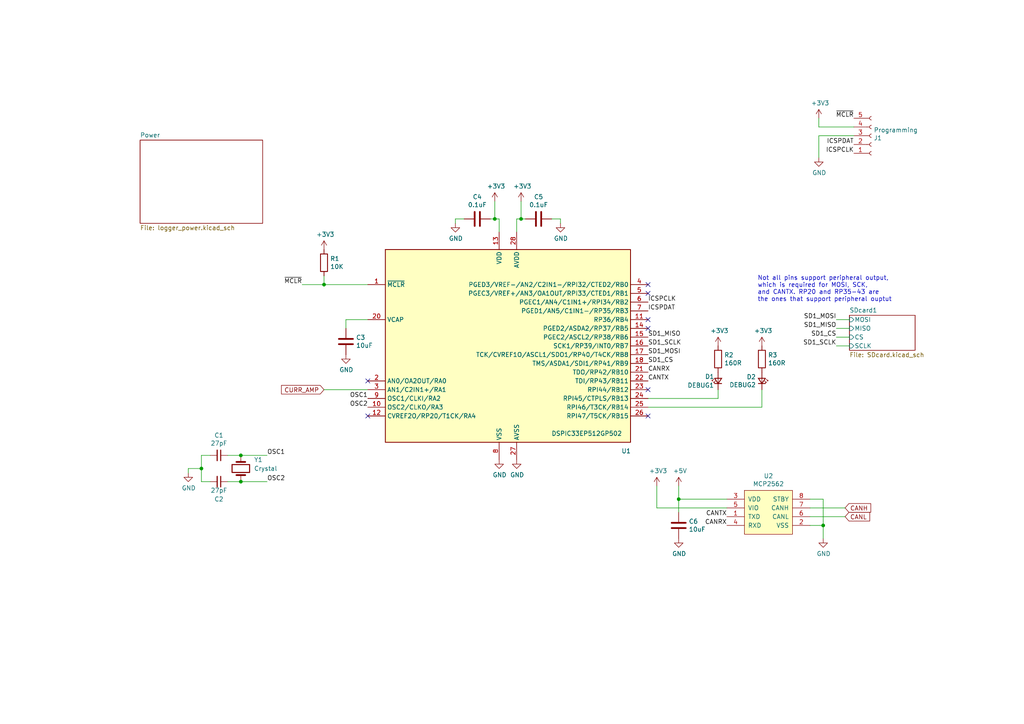
<source format=kicad_sch>
(kicad_sch (version 20211123) (generator eeschema)
  (paper "A4")
  (title_block (title "Logger Board") (date "2022-01-04") (company "Waterloo Rocketry"))
  (lib_symbols
    (symbol "Connector:Conn_01x05_Female" (pin_names (offset 1.016) hide)
      (property "Reference" "J" (at 0 7.62 0))
      (property "Value" "Conn_01x05_Female" (at 0 -7.62 0))
      (symbol "Conn_01x05_Female_1_1"
        (arc (start 0 -4.572) (mid -0.508 -5.08) (end 0 -5.588) (stroke (width 0.1524)))
        (arc (start 0 -2.032) (mid -0.508 -2.54) (end 0 -3.048) (stroke (width 0.1524)))
        (polyline (pts (xy -1.27 -5.08) (xy -0.508 -5.08)) (stroke (width 0.1524)))
        (polyline (pts (xy -1.27 -2.54) (xy -0.508 -2.54)) (stroke (width 0.1524)))
        (polyline (pts (xy -1.27 0) (xy -0.508 0)) (stroke (width 0.1524)))
        (polyline (pts (xy -1.27 2.54) (xy -0.508 2.54)) (stroke (width 0.1524)))
        (polyline (pts (xy -1.27 5.08) (xy -0.508 5.08)) (stroke (width 0.1524)))
        (arc (start 0 0.508) (mid -0.508 0) (end 0 -0.508) (stroke (width 0.1524)))
        (arc (start 0 3.048) (mid -0.508 2.54) (end 0 2.032) (stroke (width 0.1524)))
        (arc (start 0 5.588) (mid -0.508 5.08) (end 0 4.572) (stroke (width 0.1524)))
        (pin passive line (at -5.08 5.08 0) (length 3.81) (name "Pin_1") (number "1"))
        (pin passive line (at -5.08 2.54 0) (length 3.81) (name "Pin_2") (number "2"))
        (pin passive line (at -5.08 0 0) (length 3.81) (name "Pin_3") (number "3"))
        (pin passive line (at -5.08 -2.54 0) (length 3.81) (name "Pin_4") (number "4"))
        (pin passive line (at -5.08 -5.08 0) (length 3.81) (name "Pin_5") (number "5"))
      )
    )
    (symbol "Device:C" (pin_numbers hide) (pin_names (offset 0.254))
      (property "Reference" "C" (at 0.635 2.54 0))
      (property "Value" "C" (at 0.635 -2.54 0))
      (symbol "C_0_1"
        (polyline (pts (xy -2.032 -0.762) (xy 2.032 -0.762)) (stroke (width 0.508)))
        (polyline (pts (xy -2.032 0.762) (xy 2.032 0.762)) (stroke (width 0.508)))
      )
      (symbol "C_1_1"
        (pin passive line (at 0 3.81 270) (length 2.794) (name "~") (number "1"))
        (pin passive line (at 0 -3.81 90) (length 2.794) (name "~") (number "2"))
      )
    )
    (symbol "Device:C_Small" (pin_numbers hide) (pin_names (offset 0.254) hide)
      (property "Reference" "C" (at 0.254 1.778 0))
      (property "Value" "C_Small" (at 0.254 -2.032 0))
      (symbol "C_Small_0_1"
        (polyline (pts (xy -1.524 -0.508) (xy 1.524 -0.508)) (stroke (width 0.3302)))
        (polyline (pts (xy -1.524 0.508) (xy 1.524 0.508)) (stroke (width 0.3048)))
      )
      (symbol "C_Small_1_1"
        (pin passive line (at 0 2.54 270) (length 2.032) (name "~") (number "1"))
        (pin passive line (at 0 -2.54 90) (length 2.032) (name "~") (number "2"))
      )
    )
    (symbol "Device:Crystal" (pin_numbers hide) (pin_names (offset 1.016) hide)
      (property "Reference" "Y" (at 0 3.81 0))
      (property "Value" "Crystal" (at 0 -3.81 0))
      (symbol "Crystal_0_1"
        (rectangle (start -1.143 2.54) (end 1.143 -2.54) (stroke (width 0.3048)))
        (polyline (pts (xy -2.54 0) (xy -1.905 0)))
        (polyline (pts (xy -1.905 -1.27) (xy -1.905 1.27)) (stroke (width 0.508)))
        (polyline (pts (xy 1.905 -1.27) (xy 1.905 1.27)) (stroke (width 0.508)))
        (polyline (pts (xy 2.54 0) (xy 1.905 0)))
      )
      (symbol "Crystal_1_1"
        (pin passive line (at -3.81 0 0) (length 1.27) (name "1") (number "1"))
        (pin passive line (at 3.81 0 180) (length 1.27) (name "2") (number "2"))
      )
    )
    (symbol "Device:LED_Small" (pin_numbers hide) (pin_names (offset 0.254) hide)
      (property "Reference" "D" (at -1.27 3.175 0))
      (property "Value" "LED_Small" (at -4.445 -2.54 0))
      (symbol "LED_Small_0_1"
        (polyline (pts (xy -0.762 -1.016) (xy -0.762 1.016)) (stroke (width 0.254)))
        (polyline (pts (xy 1.016 0) (xy -0.762 0)))
        (polyline (pts (xy 0.762 -1.016) (xy -0.762 0) (xy 0.762 1.016) (xy 0.762 -1.016)) (stroke (width 0.254)))
        (polyline (pts (xy 0 0.762) (xy -0.508 1.27) (xy -0.254 1.27) (xy -0.508 1.27) (xy -0.508 1.016)))
        (polyline (pts (xy 0.508 1.27) (xy 0 1.778) (xy 0.254 1.778) (xy 0 1.778) (xy 0 1.524)))
      )
      (symbol "LED_Small_1_1"
        (pin passive line (at -2.54 0 0) (length 1.778) (name "K") (number "1"))
        (pin passive line (at 2.54 0 180) (length 1.778) (name "A") (number "2"))
      )
    )
    (symbol "Device:R" (pin_numbers hide) (pin_names (offset 0))
      (property "Reference" "R" (at 2.032 0 90))
      (property "Value" "R" (at 0 0 90))
      (symbol "R_0_1"
        (rectangle (start -1.016 -2.54) (end 1.016 2.54) (stroke (width 0.254)))
      )
      (symbol "R_1_1"
        (pin passive line (at 0 3.81 270) (length 1.27) (name "~") (number "1"))
        (pin passive line (at 0 -3.81 90) (length 1.27) (name "~") (number "2"))
      )
    )
    (symbol "canhw:DSPIC33EP512GP502"
      (property "Reference" "U" (at -31.75 29.21 0))
      (property "Value" "DSPIC33EP512GP502" (at 22.86 29.21 0))
      (symbol "DSPIC33EP512GP502_0_1"
        (rectangle (start -35.56 27.94) (end 35.56 -27.94) (stroke (width 0.254)) (fill (type background)))
      )
      (symbol "DSPIC33EP512GP502_1_1"
        (pin input line (at -40.64 17.78 0) (length 5.08) (name "~{MCLR}") (number "1"))
        (pin bidirectional line (at -40.64 -17.78 0) (length 5.08) (name "OSC2/CLKO/RA3") (number "10"))
        (pin bidirectional line (at 40.64 7.62 180) (length 5.08) (name "RP36/RB4") (number "11"))
        (pin bidirectional line (at -40.64 -20.32 0) (length 5.08) (name "CVREF2O/RP20/T1CK/RA4") (number "12"))
        (pin power_in line (at -2.54 33.02 270) (length 5.08) (name "VDD") (number "13"))
        (pin bidirectional line (at 40.64 5.08 180) (length 5.08) (name "PGED2/ASDA2/RP37/RB5") (number "14"))
        (pin bidirectional line (at 40.64 2.54 180) (length 5.08) (name "PGEC2/ASCL2/RP38/RB6") (number "15"))
        (pin bidirectional line (at 40.64 0 180) (length 5.08) (name "SCK1/RP39/INT0/RB7") (number "16"))
        (pin bidirectional line (at 40.64 -2.54 180) (length 5.08) (name "TCK/CVREF1O/ASCL1/SDO1/RP40/T4CK/RB8") (number "17"))
        (pin bidirectional line (at 40.64 -5.08 180) (length 5.08) (name "TMS/ASDA1/SDI1/RP41/RB9") (number "18"))
        (pin passive line (at -2.54 -33.02 90) (length 5.08) hide (name "VSS") (number "19"))
        (pin bidirectional line (at -40.64 -10.16 0) (length 5.08) (name "AN0/OA2OUT/RA0") (number "2"))
        (pin passive line (at -40.64 7.62 0) (length 5.08) (name "VCAP") (number "20"))
        (pin bidirectional line (at 40.64 -7.62 180) (length 5.08) (name "TDO/RP42/RB10") (number "21"))
        (pin bidirectional line (at 40.64 -10.16 180) (length 5.08) (name "TDI/RP43/RB11") (number "22"))
        (pin bidirectional line (at 40.64 -12.7 180) (length 5.08) (name "RPI44/RB12") (number "23"))
        (pin bidirectional line (at 40.64 -15.24 180) (length 5.08) (name "RPI45/CTPLS/RB13") (number "24"))
        (pin bidirectional line (at 40.64 -17.78 180) (length 5.08) (name "RPI46/T3CK/RB14") (number "25"))
        (pin bidirectional line (at 40.64 -20.32 180) (length 5.08) (name "RPI47/T5CK/RB15") (number "26"))
        (pin power_in line (at 2.54 -33.02 90) (length 5.08) (name "AVSS") (number "27"))
        (pin power_in line (at 2.54 33.02 270) (length 5.08) (name "AVDD") (number "28"))
        (pin bidirectional line (at -40.64 -12.7 0) (length 5.08) (name "AN1/C2IN1+/RA1") (number "3"))
        (pin bidirectional line (at 40.64 17.78 180) (length 5.08) (name "PGED3/VREF-/AN2/C2IN1-/RPI32/CTED2/RB0") (number "4"))
        (pin bidirectional line (at 40.64 15.24 180) (length 5.08) (name "PGEC3/VREF+/AN3/OA1OUT/RPI33/CTED1/RB1") (number "5"))
        (pin bidirectional line (at 40.64 12.7 180) (length 5.08) (name "PGEC1/AN4/C1IN1+/RPI34/RB2") (number "6"))
        (pin bidirectional line (at 40.64 10.16 180) (length 5.08) (name "PGED1/AN5/C1IN1-/RP35/RB3") (number "7"))
        (pin power_in line (at -2.54 -33.02 90) (length 5.08) (name "VSS") (number "8"))
        (pin bidirectional line (at -40.64 -15.24 0) (length 5.08) (name "OSC1/CLKI/RA2") (number "9"))
      )
    )
    (symbol "canhw:MCP2562" (pin_names (offset 1.016))
      (property "Reference" "U" (at 5.08 3.81 0))
      (property "Value" "MCP2562" (at -3.81 3.81 0))
      (symbol "MCP2562_0_1"
        (rectangle (start -7.62 2.54) (end 6.35 -10.16) (fill (type background)))
      )
      (symbol "MCP2562_1_1"
        (pin bidirectional line (at -12.7 -5.08 0) (length 5.08) (name "TXD") (number "1"))
        (pin power_in line (at 11.43 -7.62 180) (length 5.08) (name "VSS") (number "2"))
        (pin power_in line (at -12.7 0 0) (length 5.08) (name "VDD") (number "3"))
        (pin bidirectional line (at -12.7 -7.62 0) (length 5.08) (name "RXD") (number "4"))
        (pin bidirectional line (at -12.7 -2.54 0) (length 5.08) (name "VIO") (number "5"))
        (pin bidirectional line (at 11.43 -5.08 180) (length 5.08) (name "CANL") (number "6"))
        (pin bidirectional line (at 11.43 -2.54 180) (length 5.08) (name "CANH") (number "7"))
        (pin bidirectional line (at 11.43 0 180) (length 5.08) (name "STBY") (number "8"))
      )
    )
    (symbol "logger-rescue:+3.3V-power" (power) (pin_names (offset 0))
      (property "Value" "+3.3V-power" (at 0 3.556 0))
      (symbol "+3.3V-power_0_1"
        (polyline (pts (xy -0.762 1.27) (xy 0 2.54)))
        (polyline (pts (xy 0 0) (xy 0 2.54)))
        (polyline (pts (xy 0 2.54) (xy 0.762 1.27)))
      )
      (symbol "+3.3V-power_1_1"
        (pin power_in line (at 0 0 90) (length 0) hide (name "+3V3") (number "1"))
      )
    )
    (symbol "power:+3V3" (power) (pin_names (offset 0))
      (property "Value" "+3V3" (at 0 3.556 0))
      (symbol "+3V3_0_1"
        (polyline (pts (xy -0.762 1.27) (xy 0 2.54)))
        (polyline (pts (xy 0 0) (xy 0 2.54)))
        (polyline (pts (xy 0 2.54) (xy 0.762 1.27)))
      )
      (symbol "+3V3_1_1"
        (pin power_in line (at 0 0 90) (length 0) hide (name "+3V3") (number "1"))
      )
    )
    (symbol "power:+5V" (power) (pin_names (offset 0))
      (property "Value" "+5V" (at 0 3.556 0))
      (symbol "+5V_0_1"
        (polyline (pts (xy -0.762 1.27) (xy 0 2.54)))
        (polyline (pts (xy 0 0) (xy 0 2.54)))
        (polyline (pts (xy 0 2.54) (xy 0.762 1.27)))
      )
      (symbol "+5V_1_1"
        (pin power_in line (at 0 0 90) (length 0) hide (name "+5V") (number "1"))
      )
    )
    (symbol "power:GND" (power) (pin_names (offset 0))
      (property "Value" "GND" (at 0 -3.81 0))
      (symbol "GND_0_1"
        (polyline (pts (xy 0 0) (xy 0 -1.27) (xy 1.27 -1.27) (xy 0 -2.54) (xy -1.27 -1.27) (xy 0 -1.27)))
      )
      (symbol "GND_1_1"
        (pin power_in line (at 0 0 270) (length 0) hide (name "GND") (number "1"))
      )
    )
  )
  (junction (at 151.13 63.5))
  (junction (at 69.85 139.7))
  (junction (at 58.42 135.89))
  (junction (at 143.51 63.5))
  (junction (at 196.85 144.78))
  (junction (at 69.85 132.08))
  (junction (at 93.98 82.55))
  (junction (at 238.76 152.4))
  (no_connect (at 187.96 113.03))
  (no_connect (at 187.96 92.71))
  (no_connect (at 187.96 95.25))
  (no_connect (at 187.96 85.09))
  (no_connect (at 187.96 120.65))
  (no_connect (at 106.68 120.65))
  (no_connect (at 106.68 110.49))
  (no_connect (at 187.96 82.55))
  (wire (pts (xy 242.57 95.25) (xy 246.38 95.25)))
  (wire (pts (xy 144.78 67.31) (xy 144.78 63.5)))
  (wire (pts (xy 144.78 63.5) (xy 143.51 63.5)))
  (wire (pts (xy 66.04 132.08) (xy 69.85 132.08)))
  (wire (pts (xy 66.04 139.7) (xy 69.85 139.7)))
  (wire (pts (xy 69.85 132.08) (xy 77.47 132.08)))
  (wire (pts (xy 149.86 63.5) (xy 151.13 63.5)))
  (wire (pts (xy 143.51 63.5) (xy 143.51 58.42)))
  (wire (pts (xy 242.57 92.71) (xy 246.38 92.71)))
  (wire (pts (xy 100.33 92.71) (xy 100.33 95.25)))
  (wire (pts (xy 237.49 34.29) (xy 237.49 36.83)))
  (wire (pts (xy 196.85 148.59) (xy 196.85 144.78)))
  (wire (pts (xy 143.51 63.5) (xy 142.24 63.5)))
  (wire (pts (xy 93.98 82.55) (xy 93.98 80.01)))
  (wire (pts (xy 208.28 113.03) (xy 208.28 115.57)))
  (wire (pts (xy 54.61 135.89) (xy 58.42 135.89)))
  (wire (pts (xy 190.5 140.97) (xy 190.5 147.32)))
  (wire (pts (xy 234.95 152.4) (xy 238.76 152.4)))
  (wire (pts (xy 234.95 144.78) (xy 238.76 144.78)))
  (wire (pts (xy 54.61 137.16) (xy 54.61 135.89)))
  (wire (pts (xy 242.57 100.33) (xy 246.38 100.33)))
  (wire (pts (xy 93.98 82.55) (xy 106.68 82.55)))
  (wire (pts (xy 93.98 113.03) (xy 106.68 113.03)))
  (wire (pts (xy 58.42 132.08) (xy 60.96 132.08)))
  (wire (pts (xy 58.42 135.89) (xy 58.42 132.08)))
  (wire (pts (xy 162.56 63.5) (xy 160.02 63.5)))
  (wire (pts (xy 190.5 147.32) (xy 210.82 147.32)))
  (wire (pts (xy 234.95 149.86) (xy 245.11 149.86)))
  (wire (pts (xy 58.42 139.7) (xy 58.42 135.89)))
  (wire (pts (xy 132.08 63.5) (xy 134.62 63.5)))
  (wire (pts (xy 196.85 140.97) (xy 196.85 144.78)))
  (wire (pts (xy 238.76 144.78) (xy 238.76 152.4)))
  (wire (pts (xy 69.85 139.7) (xy 77.47 139.7)))
  (wire (pts (xy 87.63 82.55) (xy 93.98 82.55)))
  (wire (pts (xy 151.13 63.5) (xy 151.13 58.42)))
  (wire (pts (xy 220.98 113.03) (xy 220.98 118.11)))
  (wire (pts (xy 149.86 67.31) (xy 149.86 63.5)))
  (wire (pts (xy 242.57 97.79) (xy 246.38 97.79)))
  (wire (pts (xy 60.96 139.7) (xy 58.42 139.7)))
  (wire (pts (xy 237.49 45.72) (xy 237.49 39.37)))
  (wire (pts (xy 234.95 147.32) (xy 245.11 147.32)))
  (wire (pts (xy 187.96 118.11) (xy 220.98 118.11)))
  (wire (pts (xy 196.85 144.78) (xy 210.82 144.78)))
  (wire (pts (xy 237.49 39.37) (xy 247.65 39.37)))
  (wire (pts (xy 162.56 64.77) (xy 162.56 63.5)))
  (wire (pts (xy 238.76 152.4) (xy 238.76 156.21)))
  (wire (pts (xy 106.68 92.71) (xy 100.33 92.71)))
  (wire (pts (xy 208.28 115.57) (xy 187.96 115.57)))
  (wire (pts (xy 132.08 64.77) (xy 132.08 63.5)))
  (wire (pts (xy 237.49 36.83) (xy 247.65 36.83)))
  (wire (pts (xy 151.13 63.5) (xy 152.4 63.5)))
  (text "Not all pins support peripheral output,\nwhich is required for MOSI, SCK,\nand CANTX. RP20 and RP35-43 are \nthe ones that support peripheral ouptut" (at 219.71 87.63 0) (effects (font (size 1.27 1.27)) (justify left bottom)))
  (label "ICSPCLK" (at 247.65 44.45 180))
  (label "ICSPDAT" (at 247.65 41.91 180))
  (label "CANTX" (at 187.96 110.49 0))
  (label "OSC2" (at 77.47 139.7 0))
  (label "SD1_CS" (at 242.57 97.79 180))
  (label "OSC1" (at 106.68 115.57 180))
  (label "SD1_CS" (at 187.96 105.41 0))
  (label "SD1_MISO" (at 242.57 95.25 180))
  (label "~{MCLR}" (at 87.63 82.55 180))
  (label "SD1_MISO" (at 187.96 97.79 0))
  (label "OSC1" (at 77.47 132.08 0))
  (label "SD1_MOSI" (at 242.57 92.71 180))
  (label "CANTX" (at 210.82 149.86 180))
  (label "CANRX" (at 187.96 107.95 0))
  (label "ICSPDAT" (at 187.96 90.17 0))
  (label "SD1_SCLK" (at 242.57 100.33 180))
  (label "SD1_MOSI" (at 187.96 102.87 0))
  (label "CANRX" (at 210.82 152.4 180))
  (label "OSC2" (at 106.68 118.11 180))
  (label "SD1_SCLK" (at 187.96 100.33 0))
  (label "ICSPCLK" (at 187.96 87.63 0))
  (label "~{MCLR}" (at 247.65 34.29 180))
  (global_label "CANH" (shape input) (at 245.11 147.32 0) (property "Intersheet References" "${INTERSHEET_REFS}" (effects hide)))
  (global_label "CANL" (shape input) (at 245.11 149.86 0) (property "Intersheet References" "${INTERSHEET_REFS}" (effects hide)))
  (global_label "CURR_AMP" (shape input) (at 93.98 113.03 180) (property "Intersheet References" "${INTERSHEET_REFS}" (effects hide)))
  (symbol (lib_id "canhw:DSPIC33EP512GP502") (at 147.32 100.33 0) (unit 1)
    (property "Reference" "U1" (at 181.61 130.81 0))
    (property "Value" "DSPIC33EP512GP502" (at 170.18 125.73 0))
    (property "Footprint" "Package_SO:SOIC-28W_7.5x17.9mm_P1.27mm" (effects hide))
    (property "Datasheet" "http://ww1.microchip.com/downloads/en/DeviceDoc/70000657H.pdf" (effects hide))
  )
  (symbol (lib_id "Device:R") (at 93.98 76.2 0) (unit 1)
    (property "Reference" "R1" (at 95.758 75.0316 0) (effects (justify left)))
    (property "Value" "10K" (at 95.758 77.343 0) (effects (justify left)))
    (property "Footprint" "Resistor_SMD:R_0805_2012Metric_Pad1.15x1.40mm_HandSolder" (effects hide))
  )
  (symbol (lib_id "logger-rescue:+3.3V-power") (at 93.98 72.39 0) (unit 1)
    (property "Reference" "#PWR02" (effects hide))
    (property "Value" "+3.3V" (at 94.361 67.9958 0))
  )
  (symbol (lib_id "Device:C") (at 138.43 63.5 270) (unit 1)
    (property "Reference" "C4" (at 138.43 57.0992 90))
    (property "Value" "0.1uF" (at 138.43 59.4106 90))
    (property "Footprint" "Capacitor_SMD:C_0805_2012Metric_Pad1.15x1.40mm_HandSolder" (effects hide))
  )
  (symbol (lib_id "Device:C") (at 156.21 63.5 270) (unit 1)
    (property "Reference" "C5" (at 156.21 57.0992 90))
    (property "Value" "0.1uF" (at 156.21 59.4106 90))
    (property "Footprint" "Capacitor_SMD:C_0805_2012Metric_Pad1.15x1.40mm_HandSolder" (effects hide))
  )
  (symbol (lib_id "power:GND") (at 132.08 64.77 0) (unit 1)
    (property "Reference" "#PWR04" (effects hide))
    (property "Value" "GND" (at 132.207 69.1642 0))
  )
  (symbol (lib_id "power:GND") (at 162.56 64.77 0) (unit 1)
    (property "Reference" "#PWR09" (effects hide))
    (property "Value" "GND" (at 162.687 69.1642 0))
  )
  (symbol (lib_id "logger-rescue:+3.3V-power") (at 143.51 58.42 0) (unit 1)
    (property "Reference" "#PWR05" (effects hide))
    (property "Value" "+3.3V" (at 143.891 54.0258 0))
  )
  (symbol (lib_id "logger-rescue:+3.3V-power") (at 151.13 58.42 0) (unit 1)
    (property "Reference" "#PWR08" (effects hide))
    (property "Value" "+3.3V" (at 151.511 54.0258 0))
  )
  (symbol (lib_id "Device:C") (at 100.33 99.06 0) (unit 1)
    (property "Reference" "C3" (at 103.251 97.8916 0) (effects (justify left)))
    (property "Value" "10uF" (at 103.251 100.203 0) (effects (justify left)))
    (property "Footprint" "Capacitor_SMD:C_0805_2012Metric_Pad1.15x1.40mm_HandSolder" (effects hide))
  )
  (symbol (lib_id "power:GND") (at 100.33 102.87 0) (unit 1)
    (property "Reference" "#PWR03" (effects hide))
    (property "Value" "GND" (at 100.457 107.2642 0))
  )
  (symbol (lib_id "power:GND") (at 144.78 133.35 0) (unit 1)
    (property "Reference" "#PWR06" (effects hide))
    (property "Value" "GND" (at 144.907 137.7442 0))
  )
  (symbol (lib_id "power:GND") (at 149.86 133.35 0) (unit 1)
    (property "Reference" "#PWR07" (effects hide))
    (property "Value" "GND" (at 149.987 137.7442 0))
  )
  (symbol (lib_id "Device:Crystal") (at 69.85 135.89 270) (unit 1)
    (property "Reference" "Y1" (at 73.66 133.35 90) (effects (justify left)))
    (property "Value" "Crystal" (at 73.66 135.89 90) (effects (justify left)))
    (property "Footprint" "Crystal:Crystal_HC49-4H_Vertical" (effects hide))
  )
  (symbol (lib_id "Device:C_Small") (at 63.5 132.08 270) (unit 1)
    (property "Reference" "C1" (at 63.5 126.2634 90))
    (property "Value" "27pF" (at 63.5 128.5748 90))
    (property "Footprint" "Capacitor_SMD:C_0805_2012Metric_Pad1.15x1.40mm_HandSolder" (effects hide))
  )
  (symbol (lib_id "Device:C_Small") (at 63.5 139.7 270) (unit 1)
    (property "Reference" "C2" (at 63.5 144.78 90))
    (property "Value" "27pF" (at 63.5 142.24 90))
    (property "Footprint" "Capacitor_SMD:C_0805_2012Metric_Pad1.15x1.40mm_HandSolder" (effects hide))
  )
  (symbol (lib_id "power:GND") (at 54.61 137.16 0) (unit 1)
    (property "Reference" "#PWR01" (effects hide))
    (property "Value" "GND" (at 54.737 141.5542 0))
  )
  (symbol (lib_id "canhw:MCP2562") (at 223.52 144.78 0) (unit 1)
    (property "Reference" "U2" (at 222.885 138.049 0))
    (property "Value" "MCP2562" (at 222.885 140.3604 0))
    (property "Footprint" "Package_SO:SOIC-8_3.9x4.9mm_P1.27mm" (effects hide))
  )
  (symbol (lib_id "power:+5V") (at 196.85 140.97 0) (unit 1)
    (property "Reference" "#PWR011" (effects hide))
    (property "Value" "+5V" (at 197.231 136.5758 0))
  )
  (symbol (lib_id "logger-rescue:+3.3V-power") (at 190.5 140.97 0) (unit 1)
    (property "Reference" "#PWR010" (effects hide))
    (property "Value" "+3.3V" (at 190.881 136.5758 0))
  )
  (symbol (lib_id "power:GND") (at 238.76 156.21 0) (unit 1)
    (property "Reference" "#PWR017" (effects hide))
    (property "Value" "GND" (at 238.887 160.6042 0))
  )
  (symbol (lib_id "Connector:Conn_01x05_Female") (at 252.73 39.37 0) (mirror x) (unit 1)
    (property "Reference" "J1" (at 253.4158 40.0304 0) (effects (justify left)))
    (property "Value" "Programming" (at 253.4158 37.719 0) (effects (justify left)))
    (property "Footprint" "canhw_footprints:PinHeader_5x2.54_SMD_90deg_952-3198-1-ND" (effects hide))
  )
  (symbol (lib_id "logger-rescue:+3.3V-power") (at 237.49 34.29 0) (unit 1)
    (property "Reference" "#PWR015" (effects hide))
    (property "Value" "+3.3V" (at 237.871 29.8958 0))
  )
  (symbol (lib_id "power:GND") (at 237.49 45.72 0) (unit 1)
    (property "Reference" "#PWR016" (effects hide))
    (property "Value" "GND" (at 237.617 50.1142 0))
  )
  (symbol (lib_id "Device:LED_Small") (at 220.98 110.49 270) (mirror x) (unit 1)
    (property "Reference" "D2" (at 219.2528 109.3216 90) (effects (justify right)))
    (property "Value" "DEBUG2" (at 219.2528 111.633 90) (effects (justify right)))
    (property "Footprint" "LED_SMD:LED_1206_3216Metric_Pad1.42x1.75mm_HandSolder" (effects hide))
  )
  (symbol (lib_id "Device:LED_Small") (at 208.28 110.49 90) (unit 1)
    (property "Reference" "D1" (at 204.47 109.22 90) (effects (justify right)))
    (property "Value" "DEBUG1" (at 199.39 111.76 90) (effects (justify right)))
    (property "Footprint" "LED_SMD:LED_1206_3216Metric_Pad1.42x1.75mm_HandSolder" (effects hide))
  )
  (symbol (lib_id "Device:R") (at 208.28 104.14 0) (unit 1)
    (property "Reference" "R2" (at 210.058 102.9716 0) (effects (justify left)))
    (property "Value" "160R" (at 210.058 105.283 0) (effects (justify left)))
    (property "Footprint" "Resistor_SMD:R_0805_2012Metric_Pad1.15x1.40mm_HandSolder" (effects hide))
  )
  (symbol (lib_id "Device:R") (at 220.98 104.14 0) (unit 1)
    (property "Reference" "R3" (at 222.758 102.9716 0) (effects (justify left)))
    (property "Value" "160R" (at 222.758 105.283 0) (effects (justify left)))
    (property "Footprint" "Resistor_SMD:R_0805_2012Metric_Pad1.15x1.40mm_HandSolder" (effects hide))
  )
  (symbol (lib_id "Device:C") (at 196.85 152.4 0) (unit 1)
    (property "Reference" "C6" (at 199.771 151.2316 0) (effects (justify left)))
    (property "Value" "10uF" (at 199.771 153.543 0) (effects (justify left)))
    (property "Footprint" "Capacitor_SMD:C_0805_2012Metric_Pad1.15x1.40mm_HandSolder" (effects hide))
  )
  (symbol (lib_id "power:GND") (at 196.85 156.21 0) (unit 1)
    (property "Reference" "#PWR012" (effects hide))
    (property "Value" "GND" (at 196.977 160.6042 0))
  )
  (symbol (lib_id "power:+3V3") (at 220.98 100.33 0) (unit 1)
    (property "Reference" "#PWR014" (effects hide))
    (property "Value" "+3V3" (at 221.361 95.9358 0))
  )
  (symbol (lib_id "power:+3V3") (at 208.28 100.33 0) (unit 1)
    (property "Reference" "#PWR013" (effects hide))
    (property "Value" "+3V3" (at 208.661 95.9358 0))
  )
  (sheet (at 246.38 91.44) (size 19.05 10.16)
    (property "Sheet name" "SDcard1" (at 246.38 90.7284 0) (effects (justify left bottom)))
    (property "Sheet file" "SDcard.kicad_sch" (at 246.38 102.1846 0) (effects (justify left top)))
    (pin "MISO" input (at 246.38 95.25 180))
    (pin "MOSI" input (at 246.38 92.71 180))
    (pin "SCLK" input (at 246.38 100.33 180))
    (pin "CS" input (at 246.38 97.79 180))
  )
  (sheet (at 40.64 40.64) (size 35.56 24.13)
    (property "Sheet name" "Power" (at 40.64 39.9284 0) (effects (justify left bottom)))
    (property "Sheet file" "logger_power.kicad_sch" (at 40.64 65.3546 0) (effects (justify left top)))
  )
)
</source>
